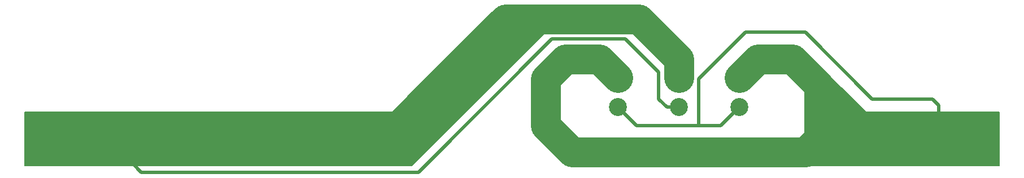
<source format=gbr>
%TF.GenerationSoftware,KiCad,Pcbnew,7.0.2*%
%TF.CreationDate,2023-10-27T11:19:11-06:00*%
%TF.ProjectId,TTW_AT_90,5454575f-4154-45f3-9930-2e6b69636164,rev?*%
%TF.SameCoordinates,Original*%
%TF.FileFunction,Copper,L1,Top*%
%TF.FilePolarity,Positive*%
%FSLAX46Y46*%
G04 Gerber Fmt 4.6, Leading zero omitted, Abs format (unit mm)*
G04 Created by KiCad (PCBNEW 7.0.2) date 2023-10-27 11:19:11*
%MOMM*%
%LPD*%
G01*
G04 APERTURE LIST*
%TA.AperFunction,NonConductor*%
%ADD10C,0.200000*%
%TD*%
%TA.AperFunction,ComponentPad*%
%ADD11C,2.700000*%
%TD*%
%TA.AperFunction,Conductor*%
%ADD12C,0.500000*%
%TD*%
%TA.AperFunction,Conductor*%
%ADD13C,4.500000*%
%TD*%
G04 APERTURE END LIST*
D10*
X128000000Y-17000000D02*
X129000000Y-17000000D01*
X129000000Y-25000000D01*
X119000000Y-25000000D01*
X119000000Y-8000000D01*
X128000000Y-17000000D01*
%TA.AperFunction,NonConductor*%
G36*
X128000000Y-17000000D02*
G01*
X129000000Y-17000000D01*
X129000000Y-25000000D01*
X119000000Y-25000000D01*
X119000000Y-8000000D01*
X128000000Y-17000000D01*
G37*
%TD.AperFunction*%
X80000000Y-5000000D02*
X60000000Y-25000000D01*
X54000000Y-20000000D01*
X72000000Y-2000000D01*
X80000000Y-5000000D01*
%TA.AperFunction,NonConductor*%
G36*
X80000000Y-5000000D02*
G01*
X60000000Y-25000000D01*
X54000000Y-20000000D01*
X72000000Y-2000000D01*
X80000000Y-5000000D01*
G37*
%TD.AperFunction*%
X2000000Y-17000000D02*
X60000000Y-17000000D01*
X60000000Y-25000000D01*
X2000000Y-25000000D01*
X2000000Y-17000000D01*
%TA.AperFunction,NonConductor*%
G36*
X2000000Y-17000000D02*
G01*
X60000000Y-17000000D01*
X60000000Y-25000000D01*
X2000000Y-25000000D01*
X2000000Y-17000000D01*
G37*
%TD.AperFunction*%
X129000000Y-17000000D02*
X148000000Y-17000000D01*
X148000000Y-25000000D01*
X129000000Y-25000000D01*
X129000000Y-17000000D01*
%TA.AperFunction,NonConductor*%
G36*
X129000000Y-17000000D02*
G01*
X148000000Y-17000000D01*
X148000000Y-25000000D01*
X129000000Y-25000000D01*
X129000000Y-17000000D01*
G37*
%TD.AperFunction*%
D11*
%TO.P,J1,1,Pin_1*%
%TO.N,unconnected-(J1-Pin_1-Pad1)*%
X100000000Y-16210000D03*
%TO.P,J1,2,Pin_2*%
%TO.N,unconnected-(J1-Pin_2-Pad2)*%
X100000000Y-11790000D03*
%TO.P,J1,3,Pin_3*%
%TO.N,unconnected-(J1-Pin_3-Pad3)*%
X109100000Y-11790000D03*
X90900000Y-11790000D03*
%TO.P,J1,4,Pin_4*%
%TO.N,unconnected-(J1-Pin_4-Pad4)*%
X109100000Y-16210000D03*
X90900000Y-16210000D03*
%TD*%
D12*
%TO.N,unconnected-(J1-Pin_1-Pad1)*%
X17000000Y-23550000D02*
X16000000Y-23550000D01*
X19450000Y-26000000D02*
X17000000Y-23550000D01*
X61000000Y-26000000D02*
X19450000Y-26000000D01*
X92000000Y-6000000D02*
X81000000Y-6000000D01*
X97000000Y-11000000D02*
X92000000Y-6000000D01*
X97000000Y-15000000D02*
X97000000Y-11000000D01*
X98210000Y-16210000D02*
X97000000Y-15000000D01*
X81000000Y-6000000D02*
X61000000Y-26000000D01*
X100000000Y-16210000D02*
X98210000Y-16210000D01*
%TO.N,unconnected-(J1-Pin_4-Pad4)*%
X139000000Y-16000000D02*
X139000000Y-17000000D01*
X138000000Y-15000000D02*
X139000000Y-16000000D01*
X103000000Y-12000000D02*
X110000000Y-5000000D01*
X110000000Y-5000000D02*
X119000000Y-5000000D01*
X119000000Y-5000000D02*
X129000000Y-15000000D01*
X129000000Y-15000000D02*
X138000000Y-15000000D01*
X103000000Y-19000000D02*
X103000000Y-12000000D01*
X103000000Y-19000000D02*
X106310000Y-19000000D01*
X93690000Y-19000000D02*
X103000000Y-19000000D01*
X106310000Y-19000000D02*
X109100000Y-16210000D01*
X90900000Y-16210000D02*
X93690000Y-19000000D01*
D13*
%TO.N,unconnected-(J1-Pin_3-Pad3)*%
X119000000Y-23000000D02*
X121000000Y-21000000D01*
X84000000Y-23000000D02*
X119000000Y-23000000D01*
X80000000Y-12000000D02*
X80000000Y-19000000D01*
X83000000Y-9000000D02*
X80000000Y-12000000D01*
X88110000Y-9000000D02*
X83000000Y-9000000D01*
X80000000Y-19000000D02*
X84000000Y-23000000D01*
X90900000Y-11790000D02*
X88110000Y-9000000D01*
X121000000Y-13000000D02*
X121000000Y-21000000D01*
X117000000Y-9000000D02*
X121000000Y-13000000D01*
X111890000Y-9000000D02*
X117000000Y-9000000D01*
X109100000Y-11790000D02*
X111890000Y-9000000D01*
%TO.N,unconnected-(J1-Pin_2-Pad2)*%
X74000000Y-3000000D02*
X61000000Y-16000000D01*
X94000000Y-3000000D02*
X74000000Y-3000000D01*
X100000000Y-9000000D02*
X94000000Y-3000000D01*
X100000000Y-11790000D02*
X100000000Y-9000000D01*
%TD*%
M02*

</source>
